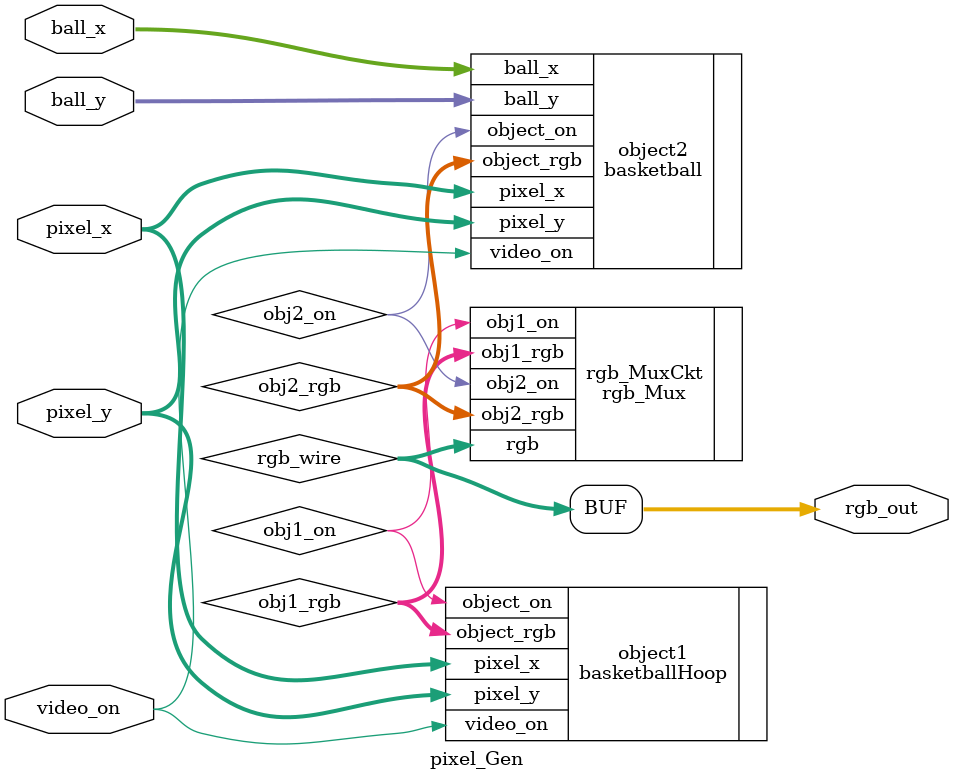
<source format=v>
`timescale 1ns / 1ps


module pixel_Gen(
    input wire [9:0] pixel_x, pixel_y,
    input wire video_on,
    input wire [9:0] ball_x, ball_y,
    output wire [11:0] rgb_out // Change to reg output
    );
    
    //Delcare wires
    
    //Declare objects
    wire [11:0] obj1_rgb;
    wire obj1_on;
    basketballHoop object1 (.video_on(video_on), .pixel_x(pixel_x), .pixel_y(pixel_y), 
                                     .object_rgb(obj1_rgb), .object_on(obj1_on));
    
    wire [11:0] obj2_rgb;
    wire obj2_on;
    basketball object2 (.video_on(video_on), .pixel_x(pixel_x), .pixel_y(pixel_y), 
                        .ball_x(ball_x), .ball_y(ball_y),
                        .object_rgb(obj2_rgb), .object_on(obj2_on));


    wire [11:0] rgb_wire;
    rgb_Mux rgb_MuxCkt (.obj1_rgb(obj1_rgb), .obj1_on(obj1_on), .obj2_rgb(obj2_rgb), .obj2_on(obj2_on), .rgb(rgb_wire));
    
    // Registered output
    assign rgb_out = rgb_wire;
    
endmodule













</source>
